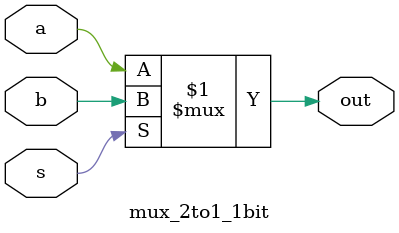
<source format=v>
module mux_2to1_1bit(a, b, s, out);
	input a, b;
	input s;
	output out;
	
	assign out = s ? b : a;
	
endmodule

</source>
